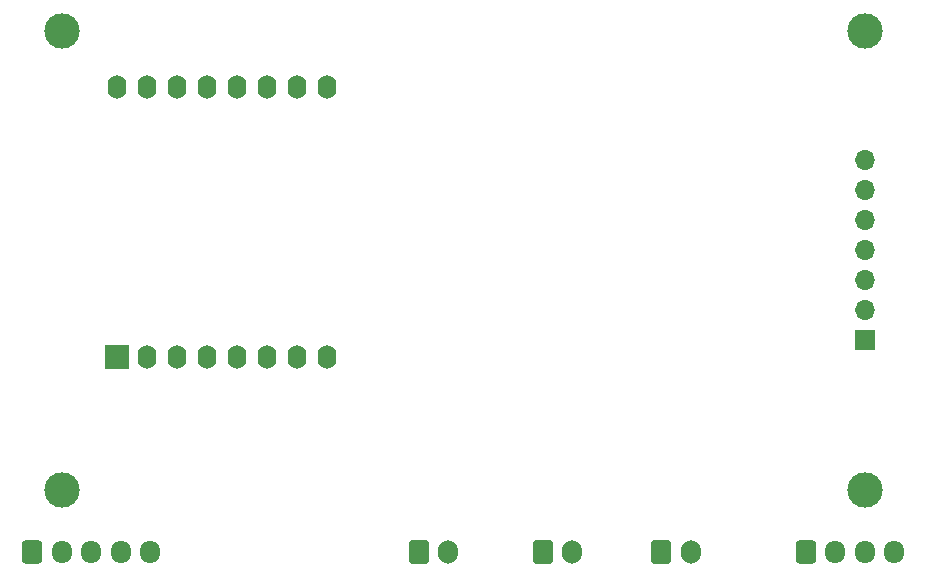
<source format=gbr>
%TF.GenerationSoftware,KiCad,Pcbnew,7.0.7*%
%TF.CreationDate,2023-09-17T22:58:44+02:00*%
%TF.ProjectId,SHC_WEMOS,5348435f-5745-44d4-9f53-2e6b69636164,rev?*%
%TF.SameCoordinates,Original*%
%TF.FileFunction,Soldermask,Bot*%
%TF.FilePolarity,Negative*%
%FSLAX46Y46*%
G04 Gerber Fmt 4.6, Leading zero omitted, Abs format (unit mm)*
G04 Created by KiCad (PCBNEW 7.0.7) date 2023-09-17 22:58:44*
%MOMM*%
%LPD*%
G01*
G04 APERTURE LIST*
G04 Aperture macros list*
%AMRoundRect*
0 Rectangle with rounded corners*
0 $1 Rounding radius*
0 $2 $3 $4 $5 $6 $7 $8 $9 X,Y pos of 4 corners*
0 Add a 4 corners polygon primitive as box body*
4,1,4,$2,$3,$4,$5,$6,$7,$8,$9,$2,$3,0*
0 Add four circle primitives for the rounded corners*
1,1,$1+$1,$2,$3*
1,1,$1+$1,$4,$5*
1,1,$1+$1,$6,$7*
1,1,$1+$1,$8,$9*
0 Add four rect primitives between the rounded corners*
20,1,$1+$1,$2,$3,$4,$5,0*
20,1,$1+$1,$4,$5,$6,$7,0*
20,1,$1+$1,$6,$7,$8,$9,0*
20,1,$1+$1,$8,$9,$2,$3,0*%
G04 Aperture macros list end*
%ADD10RoundRect,0.250000X-0.600000X-0.750000X0.600000X-0.750000X0.600000X0.750000X-0.600000X0.750000X0*%
%ADD11O,1.700000X2.000000*%
%ADD12R,1.700000X1.700000*%
%ADD13O,1.700000X1.700000*%
%ADD14RoundRect,0.250000X-0.600000X-0.725000X0.600000X-0.725000X0.600000X0.725000X-0.600000X0.725000X0*%
%ADD15O,1.700000X1.950000*%
%ADD16R,2.000000X2.000000*%
%ADD17O,1.600000X2.000000*%
%ADD18C,3.000000*%
G04 APERTURE END LIST*
D10*
%TO.C,J2*%
X37250000Y5450000D03*
D11*
X39750000Y5450000D03*
%TD*%
D12*
%TO.C,J6*%
X75000000Y23460000D03*
D13*
X75000000Y26000000D03*
X75000000Y28540000D03*
X75000000Y31080000D03*
X75000000Y33620000D03*
X75000000Y36160000D03*
X75000000Y38700000D03*
%TD*%
D14*
%TO.C,J5*%
X70000000Y5500000D03*
D15*
X72500000Y5500000D03*
X75000000Y5500000D03*
X77500000Y5500000D03*
%TD*%
D14*
%TO.C,J1*%
X4500000Y5450000D03*
D15*
X7000000Y5450000D03*
X9500000Y5450000D03*
X12000000Y5450000D03*
X14500000Y5450000D03*
%TD*%
D10*
%TO.C,J4*%
X57750000Y5450000D03*
D11*
X60250000Y5450000D03*
%TD*%
D16*
%TO.C,U1*%
X11720000Y22000000D03*
D17*
X14260000Y22000000D03*
X16800000Y22000000D03*
X19340000Y22000000D03*
X21880000Y22000000D03*
X24420000Y22000000D03*
X26960000Y22000000D03*
X29500000Y22000000D03*
X29500000Y44860000D03*
X26960000Y44860000D03*
X24420000Y44860000D03*
X21880000Y44860000D03*
X19340000Y44860000D03*
X16800000Y44860000D03*
X14260000Y44860000D03*
X11720000Y44860000D03*
%TD*%
D10*
%TO.C,J3*%
X47750000Y5450000D03*
D11*
X50250000Y5450000D03*
%TD*%
D18*
%TO.C,REF\u002A\u002A*%
X75008080Y10776055D03*
X74997920Y49572015D03*
X7002120Y49561855D03*
X6997040Y10776055D03*
%TD*%
M02*

</source>
